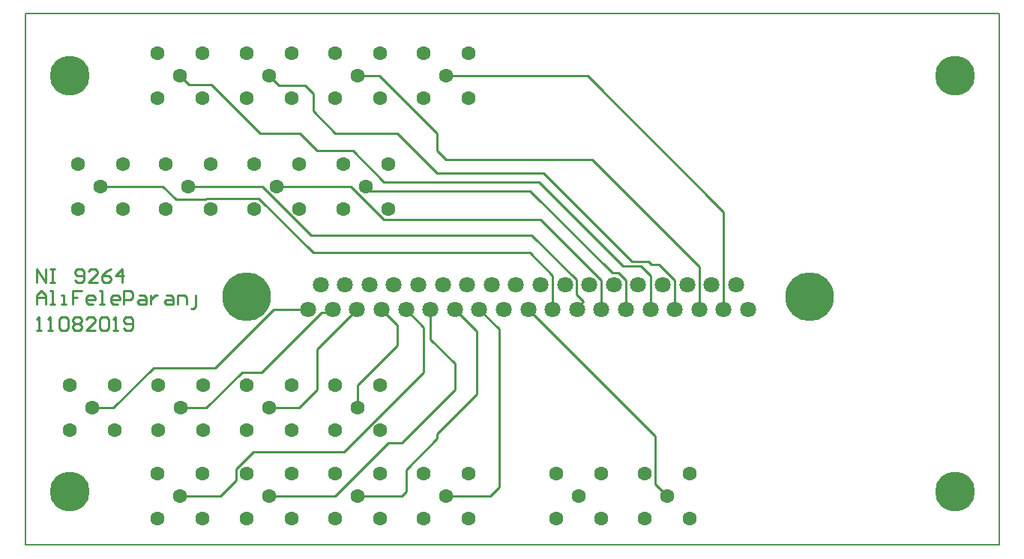
<source format=gtl>
G04*
G04 #@! TF.GenerationSoftware,Altium Limited,Altium Designer,19.1.5 (86)*
G04*
G04 Layer_Physical_Order=1*
G04 Layer_Color=255*
%FSLAX25Y25*%
%MOIN*%
G70*
G01*
G75*
%ADD10C,0.00787*%
%ADD11C,0.01000*%
%ADD16C,0.17717*%
%ADD17C,0.06299*%
%ADD18C,0.07087*%
%ADD19C,0.21654*%
D10*
X-0Y-0D02*
X433071D01*
X-0Y-236220D02*
Y-0D01*
Y-236220D02*
X433071D01*
Y-55118D02*
Y-0D01*
Y-236220D02*
Y-173228D01*
Y-55118D01*
D11*
X261010Y-115341D02*
X263767D01*
X224410Y-78740D02*
X261010Y-115341D01*
X144684Y-76772D02*
X159334Y-91421D01*
X111890Y-76772D02*
X144684D01*
X159334Y-91421D02*
X228980D01*
X256228Y-118669D01*
X230315Y-70866D02*
X269685Y-110236D01*
X183071Y-70866D02*
X230315D01*
X165354Y-53150D02*
X183071Y-70866D01*
X153228Y-78740D02*
X224410D01*
X151260Y-76772D02*
X153228Y-78740D01*
X68898Y-27559D02*
X72835Y-31496D01*
X82677D01*
X104331Y-53150D01*
X122047D01*
X129921Y-61024D01*
X145669D01*
X159417Y-74772D01*
X112712Y-32003D02*
X124523D01*
X108268Y-27559D02*
X112712Y-32003D01*
X124523D02*
X127953Y-35433D01*
X159417Y-74772D02*
X227206D01*
X227238Y-74803D01*
X228346D01*
X265780Y-112236D01*
X273654D01*
X277962Y-116544D01*
Y-131584D02*
Y-116544D01*
X126999Y-98457D02*
X225149D01*
X105314Y-76772D02*
X126999Y-98457D01*
X225149D02*
X244987Y-118295D01*
X57087Y-157480D02*
X84362D01*
X110258Y-131584D01*
X125824D01*
X39213Y-175354D02*
X57087Y-157480D01*
X29685Y-175354D02*
X39213D01*
X96457Y-159449D02*
X105092D01*
X131791Y-132749D01*
X135526D01*
X136691Y-131584D01*
X80551Y-175354D02*
X96457Y-159449D01*
X69055Y-175354D02*
X80551D01*
X129921Y-167323D02*
Y-149221D01*
X147558Y-131584D01*
X121890Y-175354D02*
X129921Y-167323D01*
X108425Y-175354D02*
X121890D01*
X165354Y-147638D02*
Y-138514D01*
X158425Y-131584D02*
X165354Y-138514D01*
X147795Y-165197D02*
X165354Y-147638D01*
X147795Y-175354D02*
Y-165197D01*
X169292Y-131584D02*
X177125Y-139417D01*
Y-159449D02*
Y-139417D01*
X152738Y-183836D02*
X177125Y-159449D01*
X152738Y-183876D02*
Y-183836D01*
X141790Y-194824D02*
X152738Y-183876D01*
X101435Y-194824D02*
X141790D01*
X93618Y-202641D02*
X101435Y-194824D01*
X93618Y-207563D02*
Y-202641D01*
X86614Y-214567D02*
X93618Y-207563D01*
X68898Y-214567D02*
X86614D01*
X180159Y-144726D02*
X190945Y-155512D01*
X180159Y-144726D02*
Y-131584D01*
X190945Y-167323D02*
Y-155512D01*
X167323Y-190945D02*
X190945Y-167323D01*
X161417Y-190945D02*
X167323D01*
X137795Y-214567D02*
X161417Y-190945D01*
X108268Y-214567D02*
X137795D01*
X200787Y-169291D02*
Y-141346D01*
X191026Y-131584D02*
X200787Y-141346D01*
X183071Y-187008D02*
X200787Y-169291D01*
X183071Y-188976D02*
Y-187008D01*
X169291Y-202756D02*
X183071Y-188976D01*
X169291Y-212598D02*
Y-202756D01*
X167323Y-214567D02*
X169291Y-212598D01*
X147638Y-214567D02*
X167323D01*
X210630Y-210630D02*
Y-140321D01*
X201893Y-131584D02*
X210630Y-140321D01*
X206693Y-214567D02*
X210630Y-210630D01*
X187008Y-214567D02*
X206693D01*
X223627Y-131584D02*
X280083Y-188040D01*
Y-209216D02*
Y-188040D01*
Y-209216D02*
X285433Y-214567D01*
X234494Y-131584D02*
Y-116383D01*
X224409Y-106299D02*
X234494Y-116383D01*
X127993Y-106299D02*
X224409D01*
X103816Y-82122D02*
X127993Y-106299D01*
X80594Y-82122D02*
X103816D01*
X80039Y-82677D02*
X80594Y-82122D01*
X66929Y-82677D02*
X80039D01*
X61024Y-76772D02*
X66929Y-82677D01*
X33465Y-76772D02*
X61024D01*
X245361Y-130756D02*
X248187Y-127930D01*
X245361Y-131584D02*
Y-130756D01*
X244987Y-124730D02*
X248187Y-127930D01*
X244987Y-124730D02*
Y-118295D01*
X72520Y-76772D02*
X105314D01*
X256228Y-131584D02*
Y-118669D01*
X263767Y-115341D02*
X267095Y-118669D01*
Y-131584D02*
Y-118669D01*
X278368Y-111631D02*
X281791D01*
X288829Y-118669D01*
Y-131584D02*
Y-118669D01*
X137795Y-53150D02*
X165354D01*
X269685Y-110236D02*
X276973D01*
X278368Y-111631D01*
X127953Y-43307D02*
X137795Y-53150D01*
X127953Y-43307D02*
Y-35433D01*
X147638Y-27559D02*
X157480D01*
X145669D02*
X147638D01*
X299696Y-131584D02*
Y-112688D01*
X251969Y-64961D02*
X299696Y-112688D01*
X187008Y-64961D02*
X251969D01*
X183071Y-61024D02*
X187008Y-64961D01*
X310563Y-131584D02*
Y-88122D01*
X250000Y-27559D02*
X310563Y-88122D01*
X183071Y-61024D02*
Y-53150D01*
X157480Y-27559D02*
X183071Y-53150D01*
X187008Y-27559D02*
X250000D01*
X4937Y-119538D02*
Y-113540D01*
X8936Y-119538D01*
Y-113540D01*
X10935D02*
X12934D01*
X11935D01*
Y-119538D01*
X10935D01*
X12934D01*
X21932Y-118538D02*
X22931Y-119538D01*
X24930D01*
X25930Y-118538D01*
Y-114539D01*
X24930Y-113540D01*
X22931D01*
X21932Y-114539D01*
Y-115539D01*
X22931Y-116539D01*
X25930D01*
X31928Y-119538D02*
X27930D01*
X31928Y-115539D01*
Y-114539D01*
X30929Y-113540D01*
X28929D01*
X27930Y-114539D01*
X37926Y-113540D02*
X35927Y-114539D01*
X33928Y-116539D01*
Y-118538D01*
X34927Y-119538D01*
X36927D01*
X37926Y-118538D01*
Y-117538D01*
X36927Y-116539D01*
X33928D01*
X42925Y-119538D02*
Y-113540D01*
X39926Y-116539D01*
X43924D01*
X4937Y-129135D02*
Y-125137D01*
X6936Y-123137D01*
X8936Y-125137D01*
Y-129135D01*
Y-126136D01*
X4937D01*
X10935Y-129135D02*
X12934D01*
X11935D01*
Y-123137D01*
X10935D01*
X15933Y-129135D02*
X17933D01*
X16933D01*
Y-125137D01*
X15933D01*
X24930Y-123137D02*
X20932D01*
Y-126136D01*
X22931D01*
X20932D01*
Y-129135D01*
X29929D02*
X27930D01*
X26930Y-128136D01*
Y-126136D01*
X27930Y-125137D01*
X29929D01*
X30929Y-126136D01*
Y-127136D01*
X26930D01*
X32928Y-129135D02*
X34927D01*
X33928D01*
Y-123137D01*
X32928D01*
X40925Y-129135D02*
X38926D01*
X37926Y-128136D01*
Y-126136D01*
X38926Y-125137D01*
X40925D01*
X41925Y-126136D01*
Y-127136D01*
X37926D01*
X43924Y-129135D02*
Y-123137D01*
X46923D01*
X47923Y-124137D01*
Y-126136D01*
X46923Y-127136D01*
X43924D01*
X50922Y-125137D02*
X52921D01*
X53921Y-126136D01*
Y-129135D01*
X50922D01*
X49922Y-128136D01*
X50922Y-127136D01*
X53921D01*
X55920Y-125137D02*
Y-129135D01*
Y-127136D01*
X56920Y-126136D01*
X57920Y-125137D01*
X58920D01*
X62918D02*
X64918D01*
X65917Y-126136D01*
Y-129135D01*
X62918D01*
X61919Y-128136D01*
X62918Y-127136D01*
X65917D01*
X67917Y-129135D02*
Y-125137D01*
X70916D01*
X71915Y-126136D01*
Y-129135D01*
X73915Y-131135D02*
X74914D01*
X75914Y-130135D01*
Y-125137D01*
X4937Y-140732D02*
X6936D01*
X5937D01*
Y-134734D01*
X4937Y-135734D01*
X9935Y-140732D02*
X11935D01*
X10935D01*
Y-134734D01*
X9935Y-135734D01*
X14934D02*
X15933Y-134734D01*
X17933D01*
X18933Y-135734D01*
Y-139733D01*
X17933Y-140732D01*
X15933D01*
X14934Y-139733D01*
Y-135734D01*
X20932D02*
X21932Y-134734D01*
X23931D01*
X24930Y-135734D01*
Y-136734D01*
X23931Y-137733D01*
X24930Y-138733D01*
Y-139733D01*
X23931Y-140732D01*
X21932D01*
X20932Y-139733D01*
Y-138733D01*
X21932Y-137733D01*
X20932Y-136734D01*
Y-135734D01*
X21932Y-137733D02*
X23931D01*
X30929Y-140732D02*
X26930D01*
X30929Y-136734D01*
Y-135734D01*
X29929Y-134734D01*
X27930D01*
X26930Y-135734D01*
X32928D02*
X33928Y-134734D01*
X35927D01*
X36927Y-135734D01*
Y-139733D01*
X35927Y-140732D01*
X33928D01*
X32928Y-139733D01*
Y-135734D01*
X38926Y-140732D02*
X40925D01*
X39926D01*
Y-134734D01*
X38926Y-135734D01*
X43924Y-139733D02*
X44924Y-140732D01*
X46923D01*
X47923Y-139733D01*
Y-135734D01*
X46923Y-134734D01*
X44924D01*
X43924Y-135734D01*
Y-136734D01*
X44924Y-137733D01*
X47923D01*
D16*
X413386Y-212598D02*
D03*
Y-27559D02*
D03*
X19685Y-212598D02*
D03*
Y-27559D02*
D03*
D17*
X285433Y-214567D02*
D03*
X275433Y-204567D02*
D03*
Y-224567D02*
D03*
X295433D02*
D03*
Y-204567D02*
D03*
X246063Y-214567D02*
D03*
X236063Y-204567D02*
D03*
Y-224567D02*
D03*
X256063D02*
D03*
Y-204567D02*
D03*
X187008Y-214567D02*
D03*
X177008Y-204567D02*
D03*
Y-224567D02*
D03*
X197008D02*
D03*
Y-204567D02*
D03*
X147638Y-214567D02*
D03*
X137638Y-204567D02*
D03*
Y-224567D02*
D03*
X157638D02*
D03*
Y-204567D02*
D03*
X108268Y-214567D02*
D03*
X98268Y-204567D02*
D03*
Y-224567D02*
D03*
X118268D02*
D03*
Y-204567D02*
D03*
X68898Y-214567D02*
D03*
X58898Y-204567D02*
D03*
Y-224567D02*
D03*
X78898D02*
D03*
Y-204567D02*
D03*
X187008Y-27559D02*
D03*
X177008Y-17559D02*
D03*
Y-37559D02*
D03*
X197008D02*
D03*
Y-17559D02*
D03*
X147638Y-27559D02*
D03*
X137638Y-17559D02*
D03*
Y-37559D02*
D03*
X157638D02*
D03*
Y-17559D02*
D03*
X157795Y-165354D02*
D03*
Y-185354D02*
D03*
X137795D02*
D03*
Y-165354D02*
D03*
X147795Y-175354D02*
D03*
X118425Y-165354D02*
D03*
Y-185354D02*
D03*
X98425D02*
D03*
Y-165354D02*
D03*
X108425Y-175354D02*
D03*
X79055Y-165354D02*
D03*
Y-185354D02*
D03*
X59055D02*
D03*
Y-165354D02*
D03*
X69055Y-175354D02*
D03*
X39685Y-165354D02*
D03*
Y-185354D02*
D03*
X19685D02*
D03*
Y-165354D02*
D03*
X29685Y-175354D02*
D03*
X161260Y-66772D02*
D03*
Y-86772D02*
D03*
X141260D02*
D03*
Y-66772D02*
D03*
X151260Y-76772D02*
D03*
X121890Y-66772D02*
D03*
Y-86772D02*
D03*
X101890D02*
D03*
Y-66772D02*
D03*
X111890Y-76772D02*
D03*
X82520Y-66772D02*
D03*
Y-86772D02*
D03*
X62520D02*
D03*
Y-66772D02*
D03*
X72520Y-76772D02*
D03*
X43465Y-66772D02*
D03*
Y-86772D02*
D03*
X23465D02*
D03*
Y-66772D02*
D03*
X33465Y-76772D02*
D03*
X118268Y-17559D02*
D03*
Y-37559D02*
D03*
X98268D02*
D03*
Y-17559D02*
D03*
X108268Y-27559D02*
D03*
X78898Y-17559D02*
D03*
Y-37559D02*
D03*
X58898D02*
D03*
Y-17559D02*
D03*
X68898Y-27559D02*
D03*
D18*
X283412Y-120384D02*
D03*
X272545D02*
D03*
X261678D02*
D03*
X250811D02*
D03*
X239944D02*
D03*
X229077D02*
D03*
X218210D02*
D03*
X207343D02*
D03*
X196476D02*
D03*
X185609D02*
D03*
X174742D02*
D03*
X163875D02*
D03*
X288829Y-131584D02*
D03*
X277962D02*
D03*
X267095D02*
D03*
X256228D02*
D03*
X245361D02*
D03*
X234494D02*
D03*
X223627D02*
D03*
X212760D02*
D03*
X201893D02*
D03*
X191026D02*
D03*
X180159D02*
D03*
X169292D02*
D03*
X158425D02*
D03*
X299696D02*
D03*
X310563D02*
D03*
X321430D02*
D03*
X294279Y-120384D02*
D03*
X305146D02*
D03*
X316013D02*
D03*
X125824Y-131584D02*
D03*
X136691D02*
D03*
X147558D02*
D03*
X131274Y-120384D02*
D03*
X142141D02*
D03*
X153008D02*
D03*
D19*
X98425Y-125984D02*
D03*
X348824D02*
D03*
M02*

</source>
